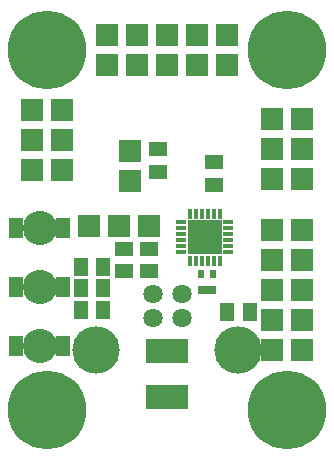
<source format=gbr>
G75*
G70*
%OFA0B0*%
%FSLAX24Y24*%
%IPPOS*%
%LPD*%
%AMOC8*
5,1,8,0,0,1.08239X$1,22.5*
%
%ADD10R,0.0493X0.0671*%
%ADD11C,0.1143*%
%ADD12R,0.0218X0.0297*%
%ADD13R,0.0178X0.0356*%
%ADD14R,0.0356X0.0178*%
%ADD15R,0.1143X0.1143*%
%ADD16C,0.0642*%
%ADD17C,0.1580*%
%ADD18R,0.1419X0.0828*%
%ADD19R,0.0470X0.0590*%
%ADD20R,0.0590X0.0470*%
%ADD21R,0.0730X0.0730*%
%ADD22C,0.2620*%
D10*
X001373Y004544D03*
X002947Y004544D03*
X002947Y006512D03*
X001373Y006512D03*
X001373Y008481D03*
X002947Y008481D03*
D11*
X002160Y008481D03*
X002160Y006512D03*
X002160Y004544D03*
D12*
X007526Y006394D03*
X007723Y006394D03*
X007919Y006394D03*
X007919Y006926D03*
X007526Y006926D03*
D13*
X007562Y007382D03*
X007758Y007382D03*
X007955Y007382D03*
X008152Y007382D03*
X007365Y007382D03*
X007168Y007382D03*
X007168Y008938D03*
X007365Y008938D03*
X007562Y008938D03*
X007758Y008938D03*
X007955Y008938D03*
X008152Y008938D03*
D14*
X008438Y008652D03*
X008438Y008455D03*
X008438Y008258D03*
X008438Y008062D03*
X008438Y007865D03*
X008438Y007668D03*
X006882Y007668D03*
X006882Y007865D03*
X006882Y008062D03*
X006882Y008258D03*
X006882Y008455D03*
X006882Y008652D03*
D15*
X007660Y008160D03*
D16*
X006902Y006260D03*
X006902Y005473D03*
X005918Y005473D03*
X005918Y006260D03*
D17*
X004048Y004410D03*
X008772Y004410D03*
D18*
X006410Y004365D03*
X006410Y002830D03*
D19*
X008411Y005660D03*
X009159Y005660D03*
X004284Y005723D03*
X004284Y006473D03*
X004284Y007160D03*
X003536Y007160D03*
X003536Y006473D03*
X003536Y005723D03*
D20*
X004973Y007036D03*
X004973Y007784D03*
X005785Y007784D03*
X005785Y007036D03*
X007973Y009911D03*
X007973Y010659D03*
X006098Y010348D03*
X006098Y011097D03*
D21*
X005160Y011035D03*
X005160Y010035D03*
X004785Y008535D03*
X003785Y008535D03*
X002910Y010410D03*
X002910Y011410D03*
X002910Y012410D03*
X001910Y012410D03*
X001910Y011410D03*
X001910Y010410D03*
X004410Y013910D03*
X004410Y014910D03*
X005410Y014910D03*
X005410Y013910D03*
X006410Y013910D03*
X006410Y014910D03*
X007410Y014910D03*
X007410Y013910D03*
X008410Y013910D03*
X008410Y014910D03*
X009910Y012098D03*
X009910Y011098D03*
X009910Y010098D03*
X010910Y010098D03*
X010910Y011098D03*
X010910Y012098D03*
X010910Y008410D03*
X010910Y007410D03*
X010910Y006410D03*
X010910Y005410D03*
X010910Y004410D03*
X009910Y004410D03*
X009910Y005410D03*
X009910Y006410D03*
X009910Y007410D03*
X009910Y008410D03*
X005785Y008535D03*
D22*
X002410Y002410D03*
X010410Y002410D03*
X010410Y014410D03*
X002410Y014410D03*
M02*

</source>
